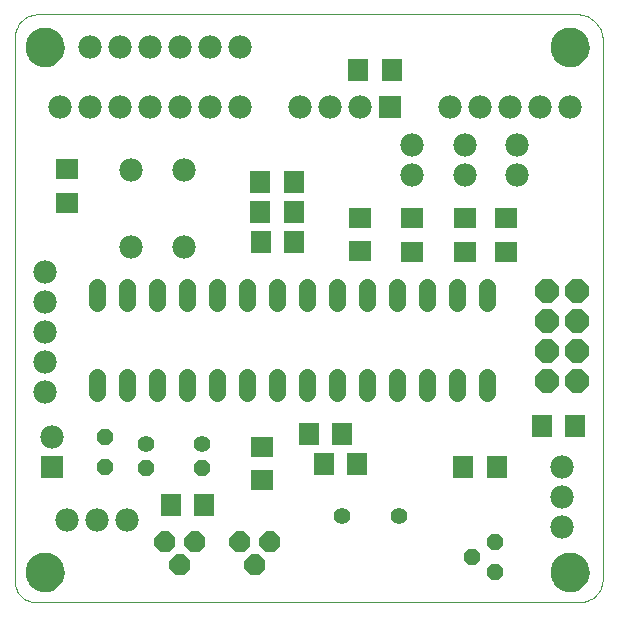
<source format=gts>
G75*
%MOIN*%
%OFA0B0*%
%FSLAX24Y24*%
%IPPOS*%
%LPD*%
%AMOC8*
5,1,8,0,0,1.08239X$1,22.5*
%
%ADD10C,0.0000*%
%ADD11C,0.1300*%
%ADD12C,0.0560*%
%ADD13C,0.0780*%
%ADD14OC8,0.0560*%
%ADD15C,0.0560*%
%ADD16R,0.0749X0.0670*%
%ADD17R,0.0670X0.0749*%
%ADD18OC8,0.0780*%
%ADD19R,0.0750X0.0670*%
%ADD20R,0.0780X0.0780*%
%ADD21OC8,0.0700*%
%ADD22R,0.0670X0.0750*%
D10*
X000430Y000887D02*
X000430Y018999D01*
X000432Y019055D01*
X000438Y019110D01*
X000448Y019165D01*
X000462Y019219D01*
X000479Y019272D01*
X000501Y019323D01*
X000526Y019373D01*
X000554Y019421D01*
X000586Y019467D01*
X000621Y019510D01*
X000659Y019551D01*
X000700Y019589D01*
X000743Y019624D01*
X000789Y019656D01*
X000837Y019684D01*
X000887Y019709D01*
X000938Y019731D01*
X000991Y019748D01*
X001045Y019762D01*
X001100Y019772D01*
X001155Y019778D01*
X001211Y019780D01*
X019181Y019780D01*
X019237Y019778D01*
X019292Y019773D01*
X019347Y019764D01*
X019401Y019751D01*
X019454Y019735D01*
X019506Y019715D01*
X019557Y019692D01*
X019606Y019666D01*
X019653Y019637D01*
X019698Y019605D01*
X019741Y019569D01*
X019781Y019531D01*
X019819Y019491D01*
X019855Y019448D01*
X019887Y019403D01*
X019916Y019356D01*
X019942Y019307D01*
X019965Y019256D01*
X019985Y019204D01*
X020001Y019151D01*
X020014Y019097D01*
X020023Y019042D01*
X020028Y018987D01*
X020030Y018931D01*
X020030Y000961D01*
X020028Y000905D01*
X020022Y000850D01*
X020012Y000795D01*
X019998Y000741D01*
X019981Y000688D01*
X019959Y000637D01*
X019934Y000587D01*
X019906Y000539D01*
X019874Y000493D01*
X019839Y000450D01*
X019801Y000409D01*
X019760Y000371D01*
X019717Y000336D01*
X019671Y000304D01*
X019623Y000276D01*
X019573Y000251D01*
X019522Y000229D01*
X019469Y000212D01*
X019415Y000198D01*
X019360Y000188D01*
X019305Y000182D01*
X019249Y000180D01*
X001137Y000180D01*
X001087Y000182D01*
X001036Y000187D01*
X000987Y000196D01*
X000938Y000209D01*
X000890Y000225D01*
X000843Y000244D01*
X000798Y000266D01*
X000755Y000292D01*
X000713Y000321D01*
X000674Y000353D01*
X000637Y000387D01*
X000603Y000424D01*
X000571Y000463D01*
X000542Y000505D01*
X000516Y000548D01*
X000494Y000593D01*
X000475Y000640D01*
X000459Y000688D01*
X000446Y000737D01*
X000437Y000786D01*
X000432Y000837D01*
X000430Y000887D01*
X000800Y001180D02*
X000802Y001230D01*
X000808Y001280D01*
X000818Y001329D01*
X000832Y001377D01*
X000849Y001424D01*
X000870Y001469D01*
X000895Y001513D01*
X000923Y001554D01*
X000955Y001593D01*
X000989Y001630D01*
X001026Y001664D01*
X001066Y001694D01*
X001108Y001721D01*
X001152Y001745D01*
X001198Y001766D01*
X001245Y001782D01*
X001293Y001795D01*
X001343Y001804D01*
X001392Y001809D01*
X001443Y001810D01*
X001493Y001807D01*
X001542Y001800D01*
X001591Y001789D01*
X001639Y001774D01*
X001685Y001756D01*
X001730Y001734D01*
X001773Y001708D01*
X001814Y001679D01*
X001853Y001647D01*
X001889Y001612D01*
X001921Y001574D01*
X001951Y001534D01*
X001978Y001491D01*
X002001Y001447D01*
X002020Y001401D01*
X002036Y001353D01*
X002048Y001304D01*
X002056Y001255D01*
X002060Y001205D01*
X002060Y001155D01*
X002056Y001105D01*
X002048Y001056D01*
X002036Y001007D01*
X002020Y000959D01*
X002001Y000913D01*
X001978Y000869D01*
X001951Y000826D01*
X001921Y000786D01*
X001889Y000748D01*
X001853Y000713D01*
X001814Y000681D01*
X001773Y000652D01*
X001730Y000626D01*
X001685Y000604D01*
X001639Y000586D01*
X001591Y000571D01*
X001542Y000560D01*
X001493Y000553D01*
X001443Y000550D01*
X001392Y000551D01*
X001343Y000556D01*
X001293Y000565D01*
X001245Y000578D01*
X001198Y000594D01*
X001152Y000615D01*
X001108Y000639D01*
X001066Y000666D01*
X001026Y000696D01*
X000989Y000730D01*
X000955Y000767D01*
X000923Y000806D01*
X000895Y000847D01*
X000870Y000891D01*
X000849Y000936D01*
X000832Y000983D01*
X000818Y001031D01*
X000808Y001080D01*
X000802Y001130D01*
X000800Y001180D01*
X000800Y018680D02*
X000802Y018730D01*
X000808Y018780D01*
X000818Y018829D01*
X000832Y018877D01*
X000849Y018924D01*
X000870Y018969D01*
X000895Y019013D01*
X000923Y019054D01*
X000955Y019093D01*
X000989Y019130D01*
X001026Y019164D01*
X001066Y019194D01*
X001108Y019221D01*
X001152Y019245D01*
X001198Y019266D01*
X001245Y019282D01*
X001293Y019295D01*
X001343Y019304D01*
X001392Y019309D01*
X001443Y019310D01*
X001493Y019307D01*
X001542Y019300D01*
X001591Y019289D01*
X001639Y019274D01*
X001685Y019256D01*
X001730Y019234D01*
X001773Y019208D01*
X001814Y019179D01*
X001853Y019147D01*
X001889Y019112D01*
X001921Y019074D01*
X001951Y019034D01*
X001978Y018991D01*
X002001Y018947D01*
X002020Y018901D01*
X002036Y018853D01*
X002048Y018804D01*
X002056Y018755D01*
X002060Y018705D01*
X002060Y018655D01*
X002056Y018605D01*
X002048Y018556D01*
X002036Y018507D01*
X002020Y018459D01*
X002001Y018413D01*
X001978Y018369D01*
X001951Y018326D01*
X001921Y018286D01*
X001889Y018248D01*
X001853Y018213D01*
X001814Y018181D01*
X001773Y018152D01*
X001730Y018126D01*
X001685Y018104D01*
X001639Y018086D01*
X001591Y018071D01*
X001542Y018060D01*
X001493Y018053D01*
X001443Y018050D01*
X001392Y018051D01*
X001343Y018056D01*
X001293Y018065D01*
X001245Y018078D01*
X001198Y018094D01*
X001152Y018115D01*
X001108Y018139D01*
X001066Y018166D01*
X001026Y018196D01*
X000989Y018230D01*
X000955Y018267D01*
X000923Y018306D01*
X000895Y018347D01*
X000870Y018391D01*
X000849Y018436D01*
X000832Y018483D01*
X000818Y018531D01*
X000808Y018580D01*
X000802Y018630D01*
X000800Y018680D01*
X018300Y018680D02*
X018302Y018730D01*
X018308Y018780D01*
X018318Y018829D01*
X018332Y018877D01*
X018349Y018924D01*
X018370Y018969D01*
X018395Y019013D01*
X018423Y019054D01*
X018455Y019093D01*
X018489Y019130D01*
X018526Y019164D01*
X018566Y019194D01*
X018608Y019221D01*
X018652Y019245D01*
X018698Y019266D01*
X018745Y019282D01*
X018793Y019295D01*
X018843Y019304D01*
X018892Y019309D01*
X018943Y019310D01*
X018993Y019307D01*
X019042Y019300D01*
X019091Y019289D01*
X019139Y019274D01*
X019185Y019256D01*
X019230Y019234D01*
X019273Y019208D01*
X019314Y019179D01*
X019353Y019147D01*
X019389Y019112D01*
X019421Y019074D01*
X019451Y019034D01*
X019478Y018991D01*
X019501Y018947D01*
X019520Y018901D01*
X019536Y018853D01*
X019548Y018804D01*
X019556Y018755D01*
X019560Y018705D01*
X019560Y018655D01*
X019556Y018605D01*
X019548Y018556D01*
X019536Y018507D01*
X019520Y018459D01*
X019501Y018413D01*
X019478Y018369D01*
X019451Y018326D01*
X019421Y018286D01*
X019389Y018248D01*
X019353Y018213D01*
X019314Y018181D01*
X019273Y018152D01*
X019230Y018126D01*
X019185Y018104D01*
X019139Y018086D01*
X019091Y018071D01*
X019042Y018060D01*
X018993Y018053D01*
X018943Y018050D01*
X018892Y018051D01*
X018843Y018056D01*
X018793Y018065D01*
X018745Y018078D01*
X018698Y018094D01*
X018652Y018115D01*
X018608Y018139D01*
X018566Y018166D01*
X018526Y018196D01*
X018489Y018230D01*
X018455Y018267D01*
X018423Y018306D01*
X018395Y018347D01*
X018370Y018391D01*
X018349Y018436D01*
X018332Y018483D01*
X018318Y018531D01*
X018308Y018580D01*
X018302Y018630D01*
X018300Y018680D01*
X018300Y001180D02*
X018302Y001230D01*
X018308Y001280D01*
X018318Y001329D01*
X018332Y001377D01*
X018349Y001424D01*
X018370Y001469D01*
X018395Y001513D01*
X018423Y001554D01*
X018455Y001593D01*
X018489Y001630D01*
X018526Y001664D01*
X018566Y001694D01*
X018608Y001721D01*
X018652Y001745D01*
X018698Y001766D01*
X018745Y001782D01*
X018793Y001795D01*
X018843Y001804D01*
X018892Y001809D01*
X018943Y001810D01*
X018993Y001807D01*
X019042Y001800D01*
X019091Y001789D01*
X019139Y001774D01*
X019185Y001756D01*
X019230Y001734D01*
X019273Y001708D01*
X019314Y001679D01*
X019353Y001647D01*
X019389Y001612D01*
X019421Y001574D01*
X019451Y001534D01*
X019478Y001491D01*
X019501Y001447D01*
X019520Y001401D01*
X019536Y001353D01*
X019548Y001304D01*
X019556Y001255D01*
X019560Y001205D01*
X019560Y001155D01*
X019556Y001105D01*
X019548Y001056D01*
X019536Y001007D01*
X019520Y000959D01*
X019501Y000913D01*
X019478Y000869D01*
X019451Y000826D01*
X019421Y000786D01*
X019389Y000748D01*
X019353Y000713D01*
X019314Y000681D01*
X019273Y000652D01*
X019230Y000626D01*
X019185Y000604D01*
X019139Y000586D01*
X019091Y000571D01*
X019042Y000560D01*
X018993Y000553D01*
X018943Y000550D01*
X018892Y000551D01*
X018843Y000556D01*
X018793Y000565D01*
X018745Y000578D01*
X018698Y000594D01*
X018652Y000615D01*
X018608Y000639D01*
X018566Y000666D01*
X018526Y000696D01*
X018489Y000730D01*
X018455Y000767D01*
X018423Y000806D01*
X018395Y000847D01*
X018370Y000891D01*
X018349Y000936D01*
X018332Y000983D01*
X018318Y001031D01*
X018308Y001080D01*
X018302Y001130D01*
X018300Y001180D01*
D11*
X018930Y001180D03*
X001430Y001180D03*
X001430Y018680D03*
X018930Y018680D03*
D12*
X016180Y010690D02*
X016180Y010170D01*
X015180Y010170D02*
X015180Y010690D01*
X014180Y010690D02*
X014180Y010170D01*
X013180Y010170D02*
X013180Y010690D01*
X012180Y010690D02*
X012180Y010170D01*
X011180Y010170D02*
X011180Y010690D01*
X010180Y010690D02*
X010180Y010170D01*
X009180Y010170D02*
X009180Y010690D01*
X008180Y010690D02*
X008180Y010170D01*
X007180Y010170D02*
X007180Y010690D01*
X006180Y010690D02*
X006180Y010170D01*
X005180Y010170D02*
X005180Y010690D01*
X004180Y010690D02*
X004180Y010170D01*
X003180Y010170D02*
X003180Y010690D01*
X003180Y007690D02*
X003180Y007170D01*
X004180Y007170D02*
X004180Y007690D01*
X005180Y007690D02*
X005180Y007170D01*
X006180Y007170D02*
X006180Y007690D01*
X007180Y007690D02*
X007180Y007170D01*
X008180Y007170D02*
X008180Y007690D01*
X009180Y007690D02*
X009180Y007170D01*
X010180Y007170D02*
X010180Y007690D01*
X011180Y007690D02*
X011180Y007170D01*
X012180Y007170D02*
X012180Y007690D01*
X013180Y007690D02*
X013180Y007170D01*
X014180Y007170D02*
X014180Y007690D01*
X015180Y007690D02*
X015180Y007170D01*
X016180Y007170D02*
X016180Y007690D01*
D13*
X018680Y004680D03*
X018680Y003680D03*
X018680Y002680D03*
X017180Y014430D03*
X017180Y015430D03*
X016930Y016680D03*
X015930Y016680D03*
X014930Y016680D03*
X015430Y015430D03*
X015430Y014430D03*
X013680Y014430D03*
X013680Y015430D03*
X011930Y016680D03*
X010930Y016680D03*
X009930Y016680D03*
X007930Y016680D03*
X006930Y016680D03*
X005930Y016680D03*
X004930Y016680D03*
X003930Y016680D03*
X002930Y016680D03*
X001930Y016680D03*
X002930Y018680D03*
X003930Y018680D03*
X004930Y018680D03*
X005930Y018680D03*
X006930Y018680D03*
X007930Y018680D03*
X006070Y014585D03*
X004290Y014585D03*
X004290Y012025D03*
X006070Y012025D03*
X001430Y011180D03*
X001430Y010180D03*
X001430Y009180D03*
X001430Y008180D03*
X001430Y007180D03*
X001680Y005680D03*
X002180Y002930D03*
X003180Y002930D03*
X004180Y002930D03*
X017930Y016680D03*
X018930Y016680D03*
D14*
X006680Y004655D03*
X004805Y004655D03*
X003430Y004680D03*
X003430Y005680D03*
X015680Y001680D03*
X016430Y001180D03*
X016430Y002180D03*
D15*
X013255Y003055D03*
X011355Y003055D03*
X006680Y005455D03*
X004805Y005455D03*
D16*
X008680Y005356D03*
X008680Y004254D03*
X011930Y011879D03*
X011930Y012981D03*
D17*
X009731Y012180D03*
X008629Y012180D03*
X010254Y005805D03*
X011356Y005805D03*
X011856Y004805D03*
X010754Y004805D03*
X006731Y003430D03*
X005629Y003430D03*
X018004Y006055D03*
X019106Y006055D03*
D18*
X019180Y007555D03*
X019180Y008555D03*
X019180Y009555D03*
X019180Y010555D03*
X018180Y010555D03*
X018180Y009555D03*
X018180Y008555D03*
X018180Y007555D03*
D19*
X016805Y011870D03*
X016805Y012990D03*
X015430Y012990D03*
X015430Y011870D03*
X013680Y011870D03*
X013680Y012990D03*
X002180Y013495D03*
X002180Y014615D03*
D20*
X001680Y004680D03*
X012930Y016680D03*
D21*
X008930Y002180D03*
X008430Y001430D03*
X007930Y002180D03*
X006430Y002180D03*
X005930Y001430D03*
X005430Y002180D03*
D22*
X015370Y004680D03*
X016490Y004680D03*
X009740Y013180D03*
X009740Y014180D03*
X008620Y014180D03*
X008620Y013180D03*
X011870Y017930D03*
X012990Y017930D03*
M02*

</source>
